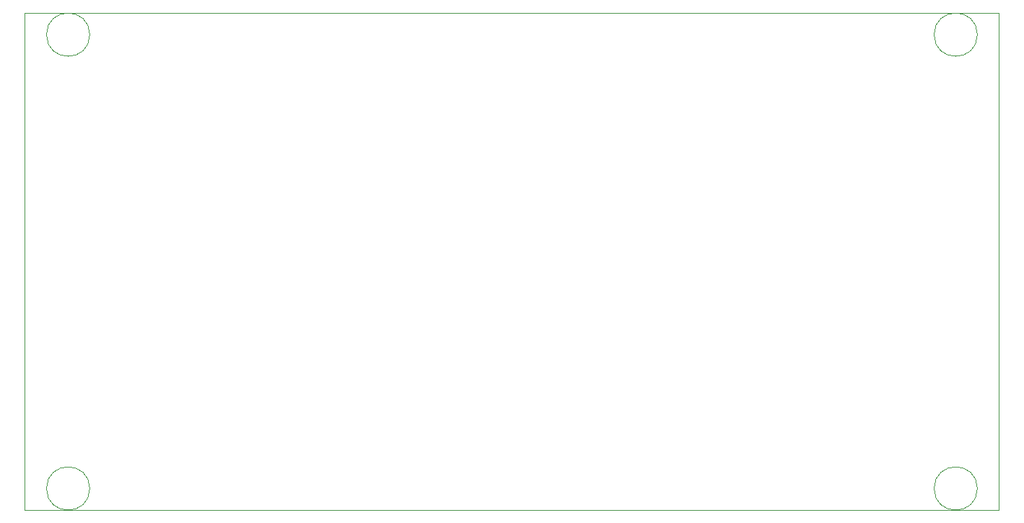
<source format=gbr>
%TF.GenerationSoftware,KiCad,Pcbnew,(6.0.10)*%
%TF.CreationDate,2023-02-17T15:29:09-08:00*%
%TF.ProjectId,Exercise 1 lab 6,45786572-6369-4736-9520-31206c616220,rev?*%
%TF.SameCoordinates,Original*%
%TF.FileFunction,Profile,NP*%
%FSLAX46Y46*%
G04 Gerber Fmt 4.6, Leading zero omitted, Abs format (unit mm)*
G04 Created by KiCad (PCBNEW (6.0.10)) date 2023-02-17 15:29:09*
%MOMM*%
%LPD*%
G01*
G04 APERTURE LIST*
%TA.AperFunction,Profile*%
%ADD10C,0.100000*%
%TD*%
G04 APERTURE END LIST*
D10*
X81280000Y-60960000D02*
G75*
G03*
X81280000Y-60960000I-2540000J0D01*
G01*
X81280000Y-114300000D02*
G75*
G03*
X81280000Y-114300000I-2540000J0D01*
G01*
X185420000Y-114300000D02*
G75*
G03*
X185420000Y-114300000I-2540000J0D01*
G01*
X185420000Y-60960000D02*
G75*
G03*
X185420000Y-60960000I-2540000J0D01*
G01*
X187960000Y-116840000D02*
X73660000Y-116840000D01*
X73660000Y-116840000D02*
X73660000Y-58420000D01*
X73660000Y-58420000D02*
X187960000Y-58420000D01*
X187960000Y-58420000D02*
X187960000Y-116840000D01*
M02*

</source>
